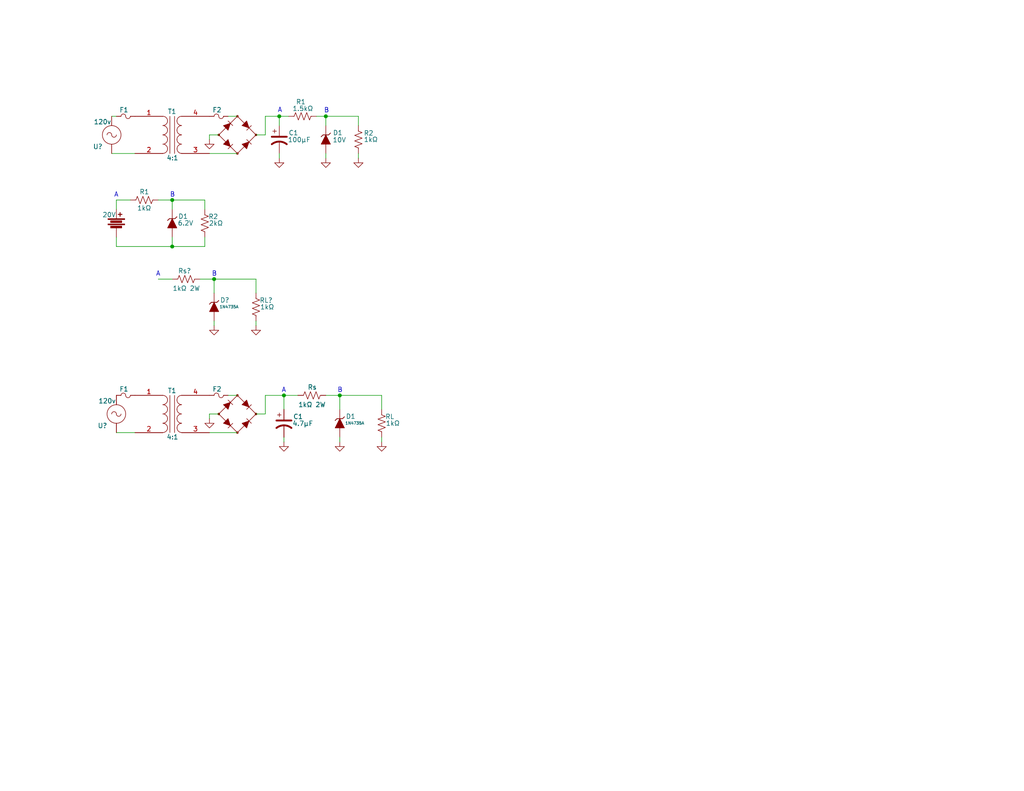
<source format=kicad_sch>
(kicad_sch (version 20211123) (generator eeschema)
  (paper "USLetter")
  (title_block (title "Power Supply") (date "2020-01-06") (rev "Rev 1.0") (company "Tim Rossiter") (comment 1 "RCET0165"))
  (lib_symbols
    (symbol "S2020-rescue:Battery-00TJR" (pin_numbers hide) (pin_names (offset 0))
      (property "Reference" "BT" (at 2.54 1.27 0))
      (property "Value" "Battery-00TJR" (at 2.54 -1.27 0))
      (symbol "Battery-00TJR_0_1"
        (rectangle (start -2.286 -0.1778) (end 2.286 -0.4318) (fill (type outline)))
        (rectangle (start -2.286 1.27) (end 2.286 1.016) (fill (type outline)))
        (rectangle (start -1.5748 -0.762) (end 1.4732 -1.27) (fill (type outline)))
        (rectangle (start -1.5748 0.6858) (end 1.4732 0.1778) (fill (type outline)))
        (polyline (pts (xy 0.508 2.413) (xy 1.524 2.413)) (stroke (width 0.254)))
        (polyline (pts (xy 1.016 2.921) (xy 1.016 1.905)) (stroke (width 0.254)))
      )
      (symbol "Battery-00TJR_1_1"
        (pin passive line (at 0 3.81 270) (length 2.54) (name "~") (number "1"))
        (pin passive line (at 0 -3.81 90) (length 2.54) (name "~") (number "2"))
      )
    )
    (symbol "S2020-rescue:CP1-sDevice" (pin_numbers hide) (pin_names (offset 0.254) hide)
      (property "Reference" "C" (at 0.635 2.54 0))
      (property "Value" "CP1-sDevice" (at 0.635 -2.54 0))
      (symbol "CP1-sDevice_0_1"
        (polyline (pts (xy -2.032 0.762) (xy 2.032 0.762)) (stroke (width 0.508)))
        (polyline (pts (xy -1.778 2.286) (xy -0.762 2.286)))
        (polyline (pts (xy -1.27 1.778) (xy -1.27 2.794)))
        (arc (start 2.032 -1.27) (mid 0 -0.5572) (end -2.032 -1.27) (stroke (width 0.508)))
      )
      (symbol "CP1-sDevice_1_1"
        (pin passive line (at 0 3.81 270) (length 2.794) (name "~") (number "1"))
        (pin passive line (at 0 -3.81 90) (length 3.302) (name "~") (number "2"))
      )
    )
    (symbol "S2020-rescue:D_Bridge_TJR-sDevice" (pin_names (offset 0))
      (property "Reference" "D" (at 2.54 6.985 0))
      (property "Value" "D_Bridge_TJR-sDevice" (at 2.54 5.08 0))
      (symbol "D_Bridge_TJR-sDevice_0_1"
        (circle (center -5.08 0) (radius 0.254) (fill (type outline)))
        (circle (center 0 -5.08) (radius 0.254) (fill (type outline)))
        (polyline (pts (xy -2.54 3.81) (xy -1.27 2.54)))
        (polyline (pts (xy -1.27 -2.54) (xy -2.54 -3.81)))
        (polyline (pts (xy 2.54 -1.27) (xy 3.81 -2.54)))
        (polyline (pts (xy 2.54 1.27) (xy 3.81 2.54)))
        (polyline (pts (xy -3.81 2.54) (xy -2.54 1.27) (xy -1.905 3.175) (xy -3.81 2.54)) (fill (type outline)))
        (polyline (pts (xy -2.54 -1.27) (xy -3.81 -2.54) (xy -1.905 -3.175) (xy -2.54 -1.27)) (fill (type outline)))
        (polyline (pts (xy 1.27 2.54) (xy 2.54 3.81) (xy 3.175 1.905) (xy 1.27 2.54)) (fill (type outline)))
        (polyline (pts (xy 3.175 -1.905) (xy 1.27 -2.54) (xy 2.54 -3.81) (xy 3.175 -1.905)) (fill (type outline)))
        (polyline (pts (xy -5.08 0) (xy 0 -5.08) (xy 5.08 0) (xy 0 5.08) (xy -5.08 0)))
        (circle (center 0 5.08) (radius 0.254) (fill (type outline)))
        (circle (center 5.08 0) (radius 0.254) (fill (type outline)))
      )
      (symbol "D_Bridge_TJR-sDevice_1_1"
        (pin passive line (at 0 5.08 180) (length 0) hide (name "~") (number "1"))
        (pin passive line (at 0 -5.08 180) (length 0) hide (name "~") (number "2"))
        (pin passive line (at -5.08 0 0) (length 0) hide (name "-") (number "3"))
        (pin passive line (at 5.08 0 180) (length 0) hide (name "+") (number "4"))
      )
    )
    (symbol "S2020-rescue:Fuse1A-00TJR" (pin_names (offset 0.254))
      (property "Reference" "F" (at 0 1.27 0))
      (property "Value" "Fuse1A-00TJR" (at 0 -1.27 0))
      (symbol "Fuse1A-00TJR_0_1"
        (arc (start 0 0) (mid -0.635 0.635) (end -1.27 0))
        (arc (start 0 0) (mid 0.635 -0.635) (end 1.27 0))
      )
      (symbol "Fuse1A-00TJR_1_1"
        (pin input line (at -2.54 0 0) (length 1.2446) (name "~") (number "~"))
        (pin input line (at 2.54 0 180) (length 1.2446) (name "~") (number "~"))
      )
    )
    (symbol "S2020-rescue:GND-00TJR" (power) (pin_names (offset 0))
      (property "Value" "GND-00TJR" (at 0 -3.81 0))
      (symbol "GND-00TJR_0_1"
        (polyline (pts (xy 0 0) (xy 0 -1.27) (xy 1.27 -1.27) (xy 0 -2.54) (xy -1.27 -1.27) (xy 0 -1.27)))
      )
      (symbol "GND-00TJR_1_1"
        (pin power_in line (at 0 0 270) (length 0) hide (name "GND") (number "1"))
      )
    )
    (symbol "S2020-rescue:R_US-sDevice" (pin_numbers hide) (pin_names (offset 0))
      (property "Reference" "R" (at 2.54 0 90))
      (property "Value" "R_US-sDevice" (at -2.54 0 90))
      (symbol "R_US-sDevice_0_1"
        (polyline (pts (xy 0 -2.286) (xy 0 -2.54)))
        (polyline (pts (xy 0 2.286) (xy 0 2.54)))
        (polyline (pts (xy 0 -0.762) (xy 1.016 -1.143) (xy 0 -1.524) (xy -1.016 -1.905) (xy 0 -2.286)))
        (polyline (pts (xy 0 0.762) (xy 1.016 0.381) (xy 0 0) (xy -1.016 -0.381) (xy 0 -0.762)))
        (polyline (pts (xy 0 2.286) (xy 1.016 1.905) (xy 0 1.524) (xy -1.016 1.143) (xy 0 0.762)))
      )
      (symbol "R_US-sDevice_1_1"
        (pin passive line (at 0 3.81 270) (length 1.27) (name "~") (number "1"))
        (pin passive line (at 0 -3.81 90) (length 1.27) (name "~") (number "2"))
      )
    )
    (symbol "S2020-rescue:Transformer_1P_1S-sDevice" (pin_names (offset 1.016) hide)
      (property "Reference" "T" (at 0 6.35 0))
      (property "Value" "Transformer_1P_1S-sDevice" (at 0 -7.62 0))
      (symbol "Transformer_1P_1S-sDevice_0_1"
        (arc (start -2.54 -5.0546) (mid -1.6599 -4.6901) (end -1.27 -3.81))
        (arc (start -2.54 -2.5146) (mid -1.6599 -2.1501) (end -1.27 -1.27))
        (arc (start -2.54 0.0254) (mid -1.6599 0.3899) (end -1.27 1.27))
        (arc (start -2.54 2.5654) (mid -1.6599 2.9299) (end -1.27 3.81))
        (arc (start -1.27 -3.81) (mid -1.642 -2.912) (end -2.54 -2.54))
        (arc (start -1.27 -1.27) (mid -1.642 -0.372) (end -2.54 0))
        (arc (start -1.27 1.27) (mid -1.642 2.168) (end -2.54 2.54))
        (arc (start -1.27 3.81) (mid -1.642 4.708) (end -2.54 5.08))
        (polyline (pts (xy -0.635 5.08) (xy -0.635 -5.08)))
        (polyline (pts (xy 0.635 -5.08) (xy 0.635 5.08)))
        (arc (start 1.2954 -1.27) (mid 1.6599 -2.1501) (end 2.54 -2.5146))
        (arc (start 1.2954 1.27) (mid 1.6599 0.3899) (end 2.54 0.0254))
        (arc (start 1.2954 3.81) (mid 1.6599 2.9299) (end 2.54 2.5654))
        (arc (start 1.3208 -3.81) (mid 1.6853 -4.6901) (end 2.5654 -5.0546))
        (arc (start 2.54 0) (mid 1.642 -0.372) (end 1.2954 -1.27))
        (arc (start 2.54 2.54) (mid 1.642 2.168) (end 1.2954 1.27))
        (arc (start 2.54 5.08) (mid 1.642 4.708) (end 1.2954 3.81))
        (arc (start 2.5654 -2.54) (mid 1.6674 -2.912) (end 1.3208 -3.81))
      )
      (symbol "Transformer_1P_1S-sDevice_1_1"
        (pin passive line (at -10.16 5.08 0) (length 7.62) (name "AA") (number "1"))
        (pin passive line (at -10.16 -5.08 0) (length 7.62) (name "AB") (number "2"))
        (pin passive line (at 10.16 -5.08 180) (length 7.62) (name "SA") (number "3"))
        (pin passive line (at 10.16 5.08 180) (length 7.62) (name "SB") (number "4"))
      )
    )
    (symbol "S2020-rescue:Vgen-00TJR" (pin_numbers hide) (pin_names (offset 0))
      (property "Reference" "G" (at -4.8768 1.3462 0))
      (property "Value" "Vgen-00TJR" (at -4.8514 3.429 0))
      (symbol "Vgen-00TJR_0_1"
        (arc (start 0 0) (mid -0.635 0.635) (end -1.27 0))
        (arc (start 0 0) (mid 0.635 -0.635) (end 1.27 0))
        (circle (center 0 0) (radius 2.54))
      )
      (symbol "Vgen-00TJR_1_1"
        (pin passive line (at 0 5.08 270) (length 2.54) (name "~") (number "1"))
        (pin passive line (at 0 -5.08 90) (length 2.54) (name "~") (number "2"))
      )
    )
    (symbol "S2020-rescue:ZENER-RESCUE-F2018-00TJR" (pin_numbers hide) (pin_names (offset 1.016) hide)
      (property "Reference" "D" (at 0 2.54 0))
      (property "Value" "ZENER-RESCUE-F2018-00TJR" (at 0 -2.54 0))
      (symbol "ZENER-RESCUE-F2018-00TJR_0_1"
        (polyline (pts (xy -1.778 1.27) (xy -1.27 0.762) (xy -1.27 -0.762) (xy -0.762 -1.27) (xy -0.762 -1.27)) (stroke (width 0.2032)))
        (polyline (pts (xy -1.27 0) (xy 1.27 1.27) (xy 1.27 -1.27) (xy -1.27 0) (xy -1.27 0)) (fill (type outline)))
      )
      (symbol "ZENER-RESCUE-F2018-00TJR_1_1"
        (pin passive line (at -3.81 0 0) (length 2.54) (name "K") (number "1"))
        (pin passive line (at 3.81 0 180) (length 2.54) (name "A") (number "2"))
      )
    )
  )
  (junction (at 77.47 107.95))
  (junction (at 76.2 31.75))
  (junction (at 46.99 54.61))
  (junction (at 46.99 67.31))
  (junction (at 92.71 107.95))
  (junction (at 88.9 31.75))
  (junction (at 58.42 76.2))
  (wire (pts (xy 59.69 113.03) (xy 57.15 113.03)))
  (wire (pts (xy 58.42 76.2) (xy 69.85 76.2)))
  (wire (pts (xy 55.88 67.31) (xy 46.99 67.31)))
  (wire (pts (xy 104.14 107.95) (xy 104.14 111.76)))
  (wire (pts (xy 72.39 113.03) (xy 72.39 107.95)))
  (wire (pts (xy 35.56 54.61) (xy 31.75 54.61)))
  (wire (pts (xy 57.15 36.83) (xy 57.15 38.1)))
  (wire (pts (xy 86.36 31.75) (xy 88.9 31.75)))
  (wire (pts (xy 72.39 36.83) (xy 72.39 31.75)))
  (wire (pts (xy 31.75 54.61) (xy 31.75 57.15)))
  (wire (pts (xy 69.85 87.63) (xy 69.85 88.9)))
  (wire (pts (xy 46.99 54.61) (xy 55.88 54.61)))
  (wire (pts (xy 46.99 76.2) (xy 43.18 76.2)))
  (wire (pts (xy 57.15 113.03) (xy 57.15 114.3)))
  (wire (pts (xy 69.85 36.83) (xy 72.39 36.83)))
  (wire (pts (xy 30.48 41.91) (xy 36.83 41.91)))
  (wire (pts (xy 46.99 64.77) (xy 46.99 67.31)))
  (wire (pts (xy 97.79 31.75) (xy 97.79 34.29)))
  (wire (pts (xy 31.75 67.31) (xy 46.99 67.31)))
  (wire (pts (xy 69.85 76.2) (xy 69.85 80.01)))
  (wire (pts (xy 31.75 64.77) (xy 31.75 67.31)))
  (wire (pts (xy 55.88 64.77) (xy 55.88 67.31)))
  (wire (pts (xy 58.42 76.2) (xy 58.42 80.01)))
  (wire (pts (xy 88.9 31.75) (xy 88.9 34.29)))
  (wire (pts (xy 76.2 31.75) (xy 78.74 31.75)))
  (wire (pts (xy 88.9 107.95) (xy 92.71 107.95)))
  (wire (pts (xy 72.39 107.95) (xy 77.47 107.95)))
  (wire (pts (xy 77.47 107.95) (xy 77.47 111.76)))
  (wire (pts (xy 69.85 113.03) (xy 72.39 113.03)))
  (wire (pts (xy 57.15 118.11) (xy 64.77 118.11)))
  (wire (pts (xy 77.47 119.38) (xy 77.47 120.65)))
  (wire (pts (xy 62.23 31.75) (xy 64.77 31.75)))
  (wire (pts (xy 88.9 31.75) (xy 97.79 31.75)))
  (wire (pts (xy 31.75 118.11) (xy 36.83 118.11)))
  (wire (pts (xy 30.48 31.75) (xy 31.75 31.75)))
  (wire (pts (xy 76.2 41.91) (xy 76.2 43.18)))
  (wire (pts (xy 104.14 119.38) (xy 104.14 120.65)))
  (wire (pts (xy 46.99 54.61) (xy 46.99 57.15)))
  (wire (pts (xy 54.61 76.2) (xy 58.42 76.2)))
  (wire (pts (xy 92.71 107.95) (xy 104.14 107.95)))
  (wire (pts (xy 62.23 107.95) (xy 64.77 107.95)))
  (wire (pts (xy 76.2 31.75) (xy 76.2 34.29)))
  (wire (pts (xy 59.69 36.83) (xy 57.15 36.83)))
  (wire (pts (xy 55.88 54.61) (xy 55.88 57.15)))
  (wire (pts (xy 92.71 119.38) (xy 92.71 120.65)))
  (wire (pts (xy 72.39 31.75) (xy 76.2 31.75)))
  (wire (pts (xy 43.18 54.61) (xy 46.99 54.61)))
  (wire (pts (xy 81.28 107.95) (xy 77.47 107.95)))
  (wire (pts (xy 88.9 41.91) (xy 88.9 43.18)))
  (wire (pts (xy 92.71 107.95) (xy 92.71 111.76)))
  (wire (pts (xy 58.42 87.63) (xy 58.42 88.9)))
  (wire (pts (xy 97.79 41.91) (xy 97.79 43.18)))
  (wire (pts (xy 57.15 41.91) (xy 64.77 41.91)))
  (text "A" (at 76.8096 107.3404 0) (effects (font (size 1.27 1.27)) (justify left bottom)))
  (text "B" (at 57.7596 75.5904 0) (effects (font (size 1.27 1.27)) (justify left bottom)))
  (text "A" (at 31.0896 54.0004 0) (effects (font (size 1.27 1.27)) (justify left bottom)))
  (text "A" (at 75.7428 30.9118 0) (effects (font (size 1.27 1.27)) (justify left bottom)))
  (text "B" (at 88.3666 30.988 0) (effects (font (size 1.27 1.27)) (justify left bottom)))
  (text "B" (at 46.3296 54.0004 0) (effects (font (size 1.27 1.27)) (justify left bottom)))
  (text "A" (at 42.5196 75.5904 0) (effects (font (size 1.27 1.27)) (justify left bottom)))
  (text "B" (at 92.0496 107.3404 0) (effects (font (size 1.27 1.27)) (justify left bottom)))
  (symbol (lib_id "S2020-rescue:R_US-sDevice") (at 97.79 38.1 0) (unit 1)
    (property "Reference" "R2" (at 99.2378 36.3474 0) (effects (justify left)))
    (property "Value" "1kΩ" (at 99.2378 38.1 0) (effects (justify left)))
  )
  (symbol (lib_id "S2020-rescue:Fuse1A-00TJR") (at 34.29 31.75 0) (unit 1)
    (property "Reference" "F1" (at 33.8074 30.0228 0))
    (property "Value" "Fuse1A" (effects hide))
  )
  (symbol (lib_id "S2020-rescue:CP1-sDevice") (at 76.2 38.1 0) (unit 1)
    (property "Reference" "C1" (at 78.7146 36.2712 0) (effects (justify left)))
    (property "Value" "100µF" (at 78.5114 38.1508 0) (effects (justify left)))
  )
  (symbol (lib_id "S2020-rescue:Vgen-00TJR") (at 30.48 36.83 0) (unit 1)
    (property "Value" "120v" (at 25.5524 33.274 0) (effects (justify left)))
  )
  (symbol (lib_id "S2020-rescue:Transformer_1P_1S-sDevice") (at 46.99 36.83 0) (unit 1)
    (property "Reference" "T1" (at 46.9392 30.4546 0))
    (property "Value" "4:1" (at 47.0662 43.1038 0))
  )
  (symbol (lib_id "S2020-rescue:R_US-sDevice") (at 82.55 31.75 90) (unit 1)
    (property "Reference" "R1" (at 83.439 27.813 90) (effects (justify left)))
    (property "Value" "1.5kΩ" (at 85.4964 29.6418 90) (effects (justify left)))
  )
  (symbol (lib_id "S2020-rescue:D_Bridge_TJR-sDevice") (at 64.77 36.83 0) (unit 1)
    (property "Reference" "D1" (effects hide))
    (property "Value" "D_Bridge_TJR" (effects hide))
  )
  (symbol (lib_id "S2020-rescue:GND-00TJR") (at 57.15 38.1 0) (unit 1)
    (property "Reference" "#PWR01" (effects hide))
    (property "Value" "GND" (effects hide))
  )
  (symbol (lib_id "S2020-rescue:ZENER-RESCUE-F2018-00TJR") (at 88.9 38.1 270) (unit 1)
    (property "Reference" "D1" (at 90.805 36.2458 90) (effects (justify left)))
    (property "Value" "10V" (at 90.7288 38.2016 90) (effects (justify left)))
  )
  (symbol (lib_id "S2020-rescue:GND-00TJR") (at 76.2 43.18 0) (unit 1)
    (property "Reference" "#PWR02" (effects hide))
    (property "Value" "GND" (effects hide))
  )
  (symbol (lib_id "S2020-rescue:GND-00TJR") (at 88.9 43.18 0) (unit 1)
    (property "Reference" "#PWR03" (effects hide))
    (property "Value" "GND" (effects hide))
  )
  (symbol (lib_id "S2020-rescue:GND-00TJR") (at 97.79 43.18 0) (unit 1)
    (property "Reference" "#PWR04" (effects hide))
    (property "Value" "GND" (effects hide))
  )
  (symbol (lib_id "S2020-rescue:Fuse1A-00TJR") (at 59.69 31.75 0) (unit 1)
    (property "Reference" "F2" (at 59.2074 30.0228 0))
    (property "Value" "Fuse1A" (effects hide))
  )
  (symbol (lib_id "S2020-rescue:Battery-00TJR") (at 31.75 60.96 0) (unit 1)
    (property "Reference" "BT1" (effects hide))
    (property "Value" "20V" (at 27.9146 58.6486 0) (effects (justify left)))
  )
  (symbol (lib_id "S2020-rescue:R_US-sDevice") (at 55.88 60.96 0) (unit 1)
    (property "Reference" "R2" (at 56.8452 59.1312 0) (effects (justify left)))
    (property "Value" "2kΩ" (at 56.9722 60.96 0) (effects (justify left)))
  )
  (symbol (lib_id "S2020-rescue:R_US-sDevice") (at 39.37 54.61 90) (unit 1)
    (property "Reference" "R1" (at 40.7416 52.3748 90) (effects (justify left)))
    (property "Value" "1kΩ" (at 41.3004 56.8198 90) (effects (justify left)))
  )
  (symbol (lib_id "S2020-rescue:ZENER-RESCUE-F2018-00TJR") (at 46.99 60.96 270) (unit 1)
    (property "Reference" "D1" (at 48.6156 59.0804 90) (effects (justify left)))
    (property "Value" "6.2V" (at 48.4632 60.9092 90) (effects (justify left)))
  )
  (symbol (lib_id "S2020-rescue:Fuse1A-00TJR") (at 34.29 107.95 0) (unit 1)
    (property "Reference" "F1" (at 33.8074 106.2228 0))
    (property "Value" "Fuse1A" (effects hide))
  )
  (symbol (lib_id "S2020-rescue:CP1-sDevice") (at 77.47 115.57 0) (unit 1)
    (property "Reference" "C1" (at 79.9846 113.7412 0) (effects (justify left)))
    (property "Value" "4.7µF" (at 79.7814 115.6208 0) (effects (justify left)))
  )
  (symbol (lib_id "S2020-rescue:Vgen-00TJR") (at 31.75 113.03 0) (unit 1)
    (property "Value" "120v" (at 26.8224 109.474 0) (effects (justify left)))
  )
  (symbol (lib_id "S2020-rescue:Transformer_1P_1S-sDevice") (at 46.99 113.03 0) (unit 1)
    (property "Reference" "T1" (at 46.9392 106.6546 0))
    (property "Value" "4:1" (at 47.0662 119.3038 0))
  )
  (symbol (lib_id "S2020-rescue:D_Bridge_TJR-sDevice") (at 64.77 113.03 0) (unit 1)
    (property "Reference" "D?" (effects hide))
    (property "Value" "D_Bridge_TJR" (effects hide))
  )
  (symbol (lib_id "S2020-rescue:GND-00TJR") (at 57.15 114.3 0) (unit 1)
    (property "Reference" "#PWR?" (effects hide))
    (property "Value" "GND" (effects hide))
  )
  (symbol (lib_id "S2020-rescue:GND-00TJR") (at 77.47 120.65 0) (unit 1)
    (property "Reference" "#PWR?" (effects hide))
    (property "Value" "GND" (effects hide))
  )
  (symbol (lib_id "S2020-rescue:Fuse1A-00TJR") (at 59.69 107.95 0) (unit 1)
    (property "Reference" "F2" (at 59.2074 106.2228 0))
    (property "Value" "Fuse1A" (effects hide))
  )
  (symbol (lib_id "S2020-rescue:R_US-sDevice") (at 104.14 115.57 0) (unit 1)
    (property "Reference" "RL" (at 105.1052 113.7412 0) (effects (justify left)))
    (property "Value" "1kΩ" (at 105.2322 115.57 0) (effects (justify left)))
  )
  (symbol (lib_id "S2020-rescue:R_US-sDevice") (at 85.09 107.95 90) (unit 1)
    (property "Reference" "Rs" (at 86.4616 105.7148 90) (effects (justify left)))
    (property "Value" "1kΩ 2W" (at 88.9 110.49 90) (effects (justify left)))
  )
  (symbol (lib_id "S2020-rescue:ZENER-RESCUE-F2018-00TJR") (at 92.71 115.57 270) (unit 1)
    (property "Reference" "D1" (at 94.3356 113.6904 90) (effects (justify left)))
    (property "Value" "1N4735A" (at 94.1832 115.5192 90) (effects (font (size 0.762 0.762)) (justify left)))
  )
  (symbol (lib_id "S2020-rescue:GND-00TJR") (at 92.71 120.65 0) (unit 1)
    (property "Reference" "#PWR?" (effects hide))
    (property "Value" "GND" (effects hide))
  )
  (symbol (lib_id "S2020-rescue:GND-00TJR") (at 104.14 120.65 0) (unit 1)
    (property "Reference" "#PWR?" (effects hide))
    (property "Value" "GND" (effects hide))
  )
  (symbol (lib_id "S2020-rescue:R_US-sDevice") (at 69.85 83.82 0) (unit 1)
    (property "Reference" "RL?" (at 70.8152 81.9912 0) (effects (justify left)))
    (property "Value" "1kΩ" (at 70.9422 83.82 0) (effects (justify left)))
  )
  (symbol (lib_id "S2020-rescue:R_US-sDevice") (at 50.8 76.2 90) (unit 1)
    (property "Reference" "Rs?" (at 52.1716 73.9648 90) (effects (justify left)))
    (property "Value" "1kΩ 2W" (at 54.61 78.74 90) (effects (justify left)))
  )
  (symbol (lib_id "S2020-rescue:ZENER-RESCUE-F2018-00TJR") (at 58.42 83.82 270) (unit 1)
    (property "Reference" "D?" (at 60.0456 81.9404 90) (effects (justify left)))
    (property "Value" "1N4735A" (at 59.8932 83.7692 90) (effects (font (size 0.762 0.762)) (justify left)))
  )
  (symbol (lib_id "S2020-rescue:GND-00TJR") (at 58.42 88.9 0) (unit 1)
    (property "Reference" "#PWR?" (effects hide))
    (property "Value" "GND" (effects hide))
  )
  (symbol (lib_id "S2020-rescue:GND-00TJR") (at 69.85 88.9 0) (unit 1)
    (property "Reference" "#PWR?" (effects hide))
    (property "Value" "GND" (effects hide))
  )
)
</source>
